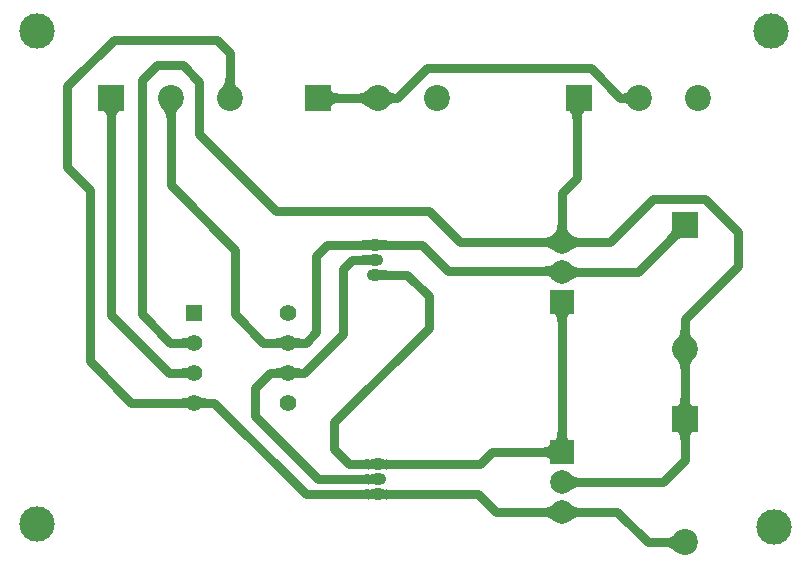
<source format=gbl>
%FSDAX24Y24*%
%MOIN*%
%SFA1B1*%

%IPPOS*%
%ADD10O,0.055118X0.039370*%
%ADD11C,0.086614*%
%ADD12R,0.086614X0.086614*%
%ADD13R,0.078740X0.078740*%
%ADD14C,0.078740*%
%ADD15R,0.086614X0.086614*%
%ADD16R,0.055118X0.055118*%
%ADD17C,0.055118*%
%ADD18C,0.118110*%
%ADD19C,0.030000*%
%LNpcb2-1*%
%LPD*%
G36*
X008220Y016484D02*
X008224Y016444D01*
X008232Y016406*
X008242Y016368*
X008256Y016332*
X008273Y016297*
X008293Y016263*
X008316Y016230*
X008342Y016198*
X008371Y016168*
X007765*
X007794Y016198*
X007820Y016230*
X007843Y016263*
X007863Y016297*
X007880Y016332*
X007894Y016368*
X007904Y016406*
X007912Y016444*
X007916Y016484*
X007918Y016525*
X008218*
X008220Y016484*
G37*
G36*
X021318Y015653D02*
X021311Y015664D01*
X021300Y015673*
X021285Y015681*
X021267Y015689*
X021246Y015695*
X021222Y015700*
X021194Y015704*
X021128Y015708*
X021090Y015709*
Y016009*
X021128Y016009*
X021194Y016014*
X021222Y016017*
X021246Y016022*
X021267Y016028*
X021285Y016036*
X021300Y016044*
X021311Y016053*
X021318Y016064*
Y015653*
G37*
G36*
X013362Y016101D02*
X013384Y016081D01*
X013408Y016064*
X013435Y016049*
X013466Y016037*
X013499Y016027*
X013534Y016019*
X013573Y016013*
X013614Y016010*
X013659Y016009*
Y015709*
X013614Y015707*
X013573Y015704*
X013534Y015698*
X013499Y015690*
X013466Y015680*
X013435Y015668*
X013408Y015653*
X013384Y015636*
X013362Y015617*
X013343Y015595*
X013039Y015859*
X013343Y016122*
X013362Y016101*
G37*
G36*
X011465Y016130D02*
X011474Y016105D01*
X011489Y016082*
X011510Y016063*
X011537Y016046*
X011570Y016033*
X011609Y016022*
X011654Y016015*
X011706Y016010*
X011763Y016009*
Y015709*
X011706Y015707*
X011654Y015703*
X011609Y015695*
X011570Y015685*
X011537Y015671*
X011510Y015655*
X011489Y015635*
X011474Y015613*
X011465Y015587*
X011462Y015559*
Y016159*
X011465Y016130*
G37*
G36*
X013039Y015859D02*
X012690Y015555D01*
X012660Y015585*
X012628Y015611*
X012595Y015634*
X012561Y015653*
X012526Y015670*
X012490Y015684*
X012452Y015695*
X012414Y015702*
X012374Y015707*
X012333Y015709*
Y016009*
X012374Y016010*
X012414Y016015*
X012452Y016022*
X012490Y016033*
X012526Y016047*
X012561Y016064*
X012595Y016084*
X012628Y016107*
X012660Y016133*
X012690Y016162*
X013039Y015859*
G37*
G36*
X006374Y015519D02*
X006348Y015487D01*
X006325Y015454*
X006305Y015420*
X006288Y015385*
X006274Y015349*
X006263Y015311*
X006256Y015273*
X006251Y015233*
X006250Y015192*
X005950*
X005948Y015233*
X005943Y015273*
X005936Y015311*
X005925Y015349*
X005911Y015385*
X005894Y015420*
X005874Y015454*
X005851Y015487*
X005825Y015519*
X005796Y015549*
X006403*
X006374Y015519*
G37*
G36*
X019921Y015424D02*
X019895Y015415D01*
X019873Y015400*
X019854Y015379*
X019837Y015352*
X019824Y015319*
X019813Y015280*
X019805Y015235*
X019801Y015184*
X019800Y015127*
X019500*
X019498Y015184*
X019494Y015235*
X019486Y015280*
X019475Y015319*
X019462Y015352*
X019445Y015379*
X019426Y015400*
X019404Y015415*
X019378Y015424*
X019350Y015427*
X019950*
X019921Y015424*
G37*
G36*
X004402D02*
X004377Y015415D01*
X004355Y015400*
X004335Y015379*
X004319Y015352*
X004305Y015319*
X004295Y015280*
X004287Y015235*
X004282Y015184*
X004281Y015127*
X003981*
X003980Y015184*
X003975Y015235*
X003967Y015280*
X003957Y015319*
X003943Y015352*
X003927Y015379*
X003907Y015400*
X003885Y015415*
X003860Y015424*
X003831Y015427*
X004431*
X004402Y015424*
G37*
G36*
X019301Y011620D02*
X019305Y011583D01*
X019311Y011548*
X019320Y011514*
X019331Y011481*
X019345Y011450*
X019361Y011420*
X019380Y011392*
X019401Y011365*
X019425Y011340*
X018874*
X018898Y011365*
X018919Y011392*
X018938Y011420*
X018954Y011450*
X018968Y011481*
X018979Y011514*
X018988Y011548*
X018994Y011583*
X018998Y011620*
X019000Y011659*
X019300*
X019301Y011620*
G37*
G36*
X023242Y011186D02*
X023219Y011203D01*
X023191Y011211*
X023159*
X023123Y011203*
X023083Y011186*
X023038Y011160*
X022989Y011126*
X022936Y011084*
X022818Y010974*
X022605Y011186*
X022665Y011247*
X022758Y011358*
X022792Y011406*
X022818Y011451*
X022835Y011491*
X022843Y011527*
Y011559*
X022835Y011587*
X022818Y011610*
X023242Y011186*
G37*
G36*
X012722Y010788D02*
X012714Y010792D01*
X012700Y010795*
X012681Y010798*
X012657Y010801*
X012604Y010804*
Y010788*
X012596Y010792*
X012582Y010795*
X012563Y010798*
X012539Y010801*
X012432Y010807*
X012277Y010809*
Y011109*
X012334Y011109*
X012596Y011125*
X012604Y011129*
Y011118*
X012714Y011125*
X012722Y011129*
Y010788*
G37*
G36*
X013203Y011125D02*
X013217Y011122D01*
X013236Y011119*
X013260Y011116*
X013367Y011110*
X013522Y011109*
Y010809*
X013465Y010808*
X013203Y010792*
X013195Y010788*
Y010799*
X013085Y010792*
X013077Y010788*
Y011129*
X013085Y011125*
X013099Y011122*
X013118Y011119*
X013142Y011116*
X013195Y011113*
Y011129*
X013203Y011125*
G37*
G36*
X019456Y011310D02*
X019483Y011289D01*
X019511Y011270*
X019541Y011254*
X019572Y011240*
X019605Y011229*
X019639Y011220*
X019674Y011214*
X019711Y011210*
X019750Y011209*
Y010909*
X019711Y010907*
X019674Y010904*
X019639Y010897*
X019605Y010888*
X019572Y010877*
X019541Y010863*
X019511Y010847*
X019483Y010828*
X019456Y010807*
X019431Y010783*
Y011334*
X019456Y011310*
G37*
G36*
X018868Y010783D02*
X018843Y010807D01*
X018816Y010828*
X018788Y010847*
X018758Y010863*
X018727Y010877*
X018694Y010888*
X018660Y010897*
X018625Y010904*
X018588Y010907*
X018549Y010909*
Y011209*
X018588Y011210*
X018625Y011214*
X018660Y011220*
X018694Y011229*
X018727Y011240*
X018758Y011254*
X018788Y011270*
X018816Y011289*
X018843Y011310*
X018868Y011334*
Y010783*
G37*
G36*
X012722Y010288D02*
X012714Y010292D01*
X012700Y010295*
X012681Y010298*
X012657Y010301*
X012604Y010304*
Y010288*
X012596Y010292*
X012582Y010295*
X012563Y010298*
X012539Y010301*
X012432Y010307*
X012277Y010309*
Y010609*
X012334Y010609*
X012596Y010625*
X012604Y010629*
Y010618*
X012714Y010625*
X012722Y010629*
Y010288*
G37*
G36*
X013203Y010125D02*
X013217Y010122D01*
X013236Y010119*
X013260Y010116*
X013367Y010110*
X013522Y010109*
Y009809*
X013465Y009808*
X013203Y009792*
X013195Y009788*
Y009799*
X013085Y009792*
X013077Y009788*
Y010129*
X013085Y010125*
X013099Y010122*
X013118Y010119*
X013142Y010116*
X013195Y010113*
Y010129*
X013203Y010125*
G37*
G36*
X018841Y009814D02*
X018819Y009840D01*
X018794Y009863*
X018768Y009883*
X018740Y009901*
X018711Y009916*
X018679Y009928*
X018646Y009937*
X018611Y009944*
X018574Y009948*
X018535Y009950*
X018569Y010250*
X018607Y010251*
X018644Y010254*
X018680Y010260*
X018715Y010267*
X018748Y010278*
X018781Y010290*
X018812Y010305*
X018842Y010321*
X018871Y010341*
X018899Y010362*
X018841Y009814*
G37*
G36*
X019456Y010310D02*
X019483Y010289D01*
X019511Y010270*
X019541Y010254*
X019572Y010240*
X019605Y010229*
X019639Y010220*
X019674Y010214*
X019711Y010210*
X019750Y010209*
Y009909*
X019711Y009907*
X019674Y009904*
X019639Y009897*
X019605Y009888*
X019572Y009877*
X019541Y009863*
X019511Y009847*
X019483Y009828*
X019456Y009807*
X019431Y009783*
Y010334*
X019456Y010310*
G37*
G36*
X019421Y008663D02*
X019395Y008654D01*
X019373Y008639*
X019354Y008618*
X019337Y008591*
X019324Y008558*
X019313Y008519*
X019305Y008474*
X019301Y008423*
X019300Y008366*
X019000*
X018998Y008423*
X018994Y008474*
X018986Y008519*
X018975Y008558*
X018962Y008591*
X018945Y008618*
X018926Y008639*
X018904Y008654*
X018878Y008663*
X018850Y008666*
X019450*
X019421Y008663*
G37*
G36*
X023401Y008125D02*
X023406Y008085D01*
X023413Y008047*
X023424Y008009*
X023438Y007973*
X023455Y007938*
X023475Y007904*
X023498Y007871*
X023524Y007839*
X023553Y007809*
X022946*
X022975Y007839*
X023001Y007871*
X023024Y007904*
X023044Y007938*
X023061Y007973*
X023075Y008009*
X023086Y008047*
X023093Y008085*
X023098Y008125*
X023100Y008166*
X023400*
X023401Y008125*
G37*
G36*
X010219Y007893D02*
X010231Y007886D01*
X010245Y007880*
X010261Y007874*
X010280Y007869*
X010301Y007865*
X010325Y007862*
X010379Y007859*
X010409Y007859*
Y007559*
X010379Y007558*
X010301Y007552*
X010280Y007548*
X010261Y007543*
X010245Y007538*
X010231Y007531*
X010219Y007524*
X010209Y007516*
Y007901*
X010219Y007893*
G37*
G36*
X009816Y007516D02*
X009806Y007524D01*
X009794Y007531*
X009780Y007538*
X009764Y007543*
X009745Y007548*
X009724Y007552*
X009700Y007555*
X009646Y007558*
X009616Y007559*
Y007859*
X009646Y007859*
X009724Y007865*
X009745Y007869*
X009764Y007874*
X009780Y007880*
X009794Y007886*
X009806Y007893*
X009816Y007901*
Y007516*
G37*
G36*
X006690D02*
X006680Y007524D01*
X006668Y007531*
X006654Y007538*
X006638Y007543*
X006619Y007548*
X006598Y007552*
X006574Y007555*
X006520Y007558*
X006490Y007559*
Y007859*
X006520Y007859*
X006598Y007865*
X006619Y007869*
X006638Y007874*
X006654Y007880*
X006668Y007886*
X006680Y007893*
X006690Y007901*
Y007516*
G37*
G36*
X023524Y007160D02*
X023498Y007128D01*
X023475Y007095*
X023455Y007061*
X023438Y007026*
X023424Y006990*
X023413Y006952*
X023406Y006914*
X023401Y006874*
X023400Y006833*
X023100*
X023098Y006874*
X023093Y006914*
X023086Y006952*
X023075Y006990*
X023061Y007026*
X023044Y007061*
X023024Y007095*
X023001Y007128*
X022975Y007160*
X022946Y007190*
X023553*
X023524Y007160*
G37*
G36*
X010219Y006893D02*
X010231Y006886D01*
X010245Y006880*
X010261Y006874*
X010280Y006869*
X010301Y006865*
X010325Y006862*
X010379Y006859*
X010409Y006859*
Y006559*
X010379Y006558*
X010301Y006552*
X010280Y006548*
X010261Y006543*
X010245Y006538*
X010231Y006531*
X010219Y006524*
X010209Y006516*
Y006901*
X010219Y006893*
G37*
G36*
X009816Y006516D02*
X009806Y006524D01*
X009794Y006531*
X009780Y006538*
X009764Y006543*
X009745Y006548*
X009724Y006552*
X009700Y006555*
X009646Y006558*
X009616Y006559*
Y006859*
X009646Y006859*
X009724Y006865*
X009745Y006869*
X009764Y006874*
X009780Y006880*
X009794Y006886*
X009806Y006893*
X009816Y006901*
Y006516*
G37*
G36*
X006690D02*
X006680Y006524D01*
X006668Y006531*
X006654Y006538*
X006638Y006543*
X006619Y006548*
X006598Y006552*
X006574Y006555*
X006520Y006558*
X006490Y006559*
Y006859*
X006520Y006859*
X006598Y006865*
X006619Y006869*
X006638Y006874*
X006654Y006880*
X006668Y006886*
X006680Y006893*
X006690Y006901*
Y006516*
G37*
G36*
X023401Y005842D02*
X023405Y005791D01*
X023413Y005746*
X023424Y005707*
X023437Y005674*
X023454Y005646*
X023473Y005625*
X023495Y005610*
X023521Y005601*
X023550Y005598*
X022950*
X022978Y005601*
X023004Y005610*
X023026Y005625*
X023045Y005646*
X023062Y005674*
X023075Y005707*
X023086Y005746*
X023094Y005791*
X023098Y005842*
X023100Y005900*
X023400*
X023401Y005842*
G37*
G36*
X007093Y005893D02*
X007105Y005886D01*
X007119Y005880*
X007135Y005874*
X007154Y005869*
X007175Y005865*
X007199Y005862*
X007253Y005859*
X007283Y005859*
Y005559*
X007253Y005558*
X007175Y005552*
X007154Y005548*
X007135Y005543*
X007119Y005538*
X007105Y005531*
X007093Y005524*
X007083Y005516*
X006887Y005709*
X007083Y005901*
X007093Y005893*
G37*
G36*
X006887Y005709D02*
X006690Y005516D01*
X006680Y005524*
X006668Y005531*
X006654Y005538*
X006638Y005543*
X006619Y005548*
X006598Y005552*
X006520Y005558*
X006490Y005559*
Y005859*
X006520Y005859*
X006574Y005862*
X006598Y005865*
X006619Y005869*
X006638Y005874*
X006654Y005880*
X006668Y005886*
X006680Y005893*
X006690Y005901*
X006887Y005709*
G37*
G36*
X019301Y004698D02*
X019305Y004647D01*
X019313Y004601*
X019324Y004562*
X019337Y004529*
X019354Y004502*
X019373Y004481*
X019395Y004466*
X019421Y004457*
X019450Y004454*
X018850*
X018878Y004457*
X018904Y004466*
X018926Y004481*
X018945Y004502*
X018962Y004529*
X018975Y004562*
X018986Y004601*
X018994Y004647*
X018998Y004698*
X019000Y004755*
X019300*
X019301Y004698*
G37*
G36*
X023521Y004733D02*
X023495Y004724D01*
X023473Y004709*
X023454Y004688*
X023437Y004661*
X023424Y004628*
X023413Y004589*
X023405Y004544*
X023401Y004493*
X023400Y004436*
X023100*
X023098Y004493*
X023094Y004544*
X023086Y004589*
X023075Y004628*
X023062Y004661*
X023045Y004688*
X023026Y004709*
X023004Y004724*
X022978Y004733*
X022950Y004736*
X023550*
X023521Y004733*
G37*
G36*
X012822Y003479D02*
X012814Y003483D01*
X012800Y003486*
X012781Y003489*
X012757Y003492*
X012704Y003495*
Y003479*
X012696Y003483*
X012682Y003486*
X012663Y003489*
X012639Y003492*
X012532Y003498*
X012377Y003500*
Y003800*
X012434Y003800*
X012696Y003816*
X012704Y003820*
Y003809*
X012814Y003816*
X012822Y003820*
Y003479*
G37*
G36*
X013303Y003816D02*
X013317Y003813D01*
X013336Y003810*
X013360Y003807*
X013467Y003801*
X013622Y003800*
Y003500*
X013565Y003499*
X013303Y003483*
X013295Y003479*
Y003490*
X013185Y003483*
X013177Y003479*
Y003820*
X013185Y003816*
X013199Y003813*
X013218Y003810*
X013242Y003807*
X013295Y003804*
Y003820*
X013303Y003816*
G37*
G36*
X018758Y003762D02*
X018755Y003791D01*
X018746Y003817*
X018731Y003839*
X018710Y003858*
X018683Y003875*
X018650Y003888*
X018611Y003899*
X018565Y003907*
X018514Y003911*
X018457Y003912*
Y004212*
X018514Y004214*
X018565Y004218*
X018611Y004226*
X018650Y004237*
X018683Y004250*
X018710Y004267*
X018731Y004286*
X018746Y004308*
X018755Y004334*
X018758Y004362*
Y003762*
G37*
G36*
X012822Y002979D02*
X012814Y002983D01*
X012800Y002986*
X012781Y002989*
X012757Y002992*
X012704Y002995*
Y002979*
X012696Y002983*
X012682Y002986*
X012663Y002989*
X012639Y002992*
X012532Y002998*
X012377Y003000*
Y003300*
X012434Y003300*
X012696Y003316*
X012704Y003320*
Y003309*
X012814Y003316*
X012822Y003320*
Y002979*
G37*
G36*
Y002479D02*
X012814Y002483D01*
X012800Y002486*
X012781Y002489*
X012757Y002492*
X012704Y002495*
Y002479*
X012696Y002483*
X012682Y002486*
X012663Y002489*
X012639Y002492*
X012532Y002498*
X012377Y002500*
Y002800*
X012434Y002800*
X012696Y002816*
X012704Y002820*
Y002809*
X012814Y002816*
X012822Y002820*
Y002479*
G37*
G36*
X013303Y002816D02*
X013317Y002813D01*
X013336Y002810*
X013360Y002807*
X013467Y002801*
X013622Y002800*
Y002500*
X013565Y002499*
X013303Y002483*
X013295Y002479*
Y002490*
X013185Y002483*
X013177Y002479*
Y002820*
X013185Y002816*
X013199Y002813*
X013218Y002810*
X013242Y002807*
X013295Y002804*
Y002820*
X013303Y002816*
G37*
G36*
X019456Y003310D02*
X019483Y003289D01*
X019511Y003270*
X019541Y003254*
X019572Y003240*
X019605Y003229*
X019639Y003220*
X019674Y003214*
X019711Y003210*
X019750Y003209*
Y002909*
X019711Y002907*
X019674Y002904*
X019639Y002897*
X019605Y002888*
X019572Y002877*
X019541Y002863*
X019511Y002847*
X019483Y002828*
X019456Y002807*
X019431Y002783*
Y003334*
X019456Y003310*
G37*
G36*
Y002306D02*
X019483Y002285D01*
X019511Y002266*
X019541Y002250*
X019572Y002236*
X019605Y002225*
X019639Y002216*
X019674Y002210*
X019711Y002206*
X019750Y002205*
Y001905*
X019711Y001903*
X019674Y001900*
X019639Y001893*
X019605Y001885*
X019572Y001873*
X019541Y001859*
X019511Y001843*
X019483Y001824*
X019456Y001803*
X019431Y001779*
Y002330*
X019456Y002306*
G37*
G36*
X018868Y001779D02*
X018843Y001803D01*
X018816Y001824*
X018788Y001843*
X018758Y001859*
X018727Y001873*
X018694Y001885*
X018660Y001893*
X018625Y001900*
X018588Y001903*
X018549Y001905*
Y002205*
X018588Y002206*
X018625Y002210*
X018660Y002216*
X018694Y002225*
X018727Y002236*
X018758Y002250*
X018788Y002266*
X018816Y002285*
X018843Y002306*
X018868Y002330*
Y001779*
G37*
G36*
X022940Y000746D02*
X022910Y000775D01*
X022878Y000801*
X022845Y000824*
X022811Y000844*
X022776Y000861*
X022740Y000875*
X022702Y000886*
X022664Y000893*
X022624Y000898*
X022583Y000900*
Y001200*
X022624Y001201*
X022664Y001206*
X022702Y001213*
X022740Y001224*
X022776Y001238*
X022811Y001255*
X022845Y001275*
X022878Y001298*
X022910Y001324*
X022940Y001353*
Y000746*
G37*
G54D10*
X012900Y010959D03*
Y010459D03*
Y009959D03*
X013000Y003650D03*
Y003150D03*
Y002650D03*
G54D11*
X014968Y015859D03*
X013000D03*
X021700D03*
X023668D03*
X006100D03*
X008068D03*
X023250Y001050D03*
Y007500D03*
G54D12*
X011031Y015859D03*
X019731D03*
X004131D03*
G54D13*
X019150Y004062D03*
Y009059D03*
G54D14*
X019150Y003059D03*
Y002055D03*
Y010059D03*
Y011059D03*
G54D15*
X023250Y005168D03*
Y011618D03*
G54D16*
X006887Y008709D03*
G54D17*
X006887Y007709D03*
Y006709D03*
Y005709D03*
X010012D03*
Y006709D03*
Y007709D03*
Y008709D03*
G54D18*
X026200Y001550D03*
X001650Y001650D03*
Y018100D03*
X026100D03*
G54D19*
X011550Y004150D02*
Y005050D01*
X014700Y008200D02*
Y009250D01*
X011550Y005050D02*
X014700Y008200D01*
X013000Y003650D02*
X016400D01*
X012050D02*
X013000D01*
X011550Y004150D02*
X012050Y003650D01*
X013990Y009959D02*
X014700Y009250D01*
X012900Y009959D02*
X013990D01*
X019150Y010059D02*
X021690D01*
X023250Y011618*
X012900Y010959D02*
X014490D01*
X015350Y010100*
X019109*
X016350Y002650D02*
X016950Y002050D01*
X017700D02*
X017705Y002055D01*
X016950Y002050D02*
X017700D01*
X017705Y002055D02*
X019150D01*
X013000Y002650D02*
X016350D01*
X010600D02*
X013000D01*
X007540Y005709D02*
X010600Y002650D01*
X008900Y005259D02*
X011009Y003150D01*
X013000*
X008900Y005259D02*
Y006200D01*
X016400Y003650D02*
X016812Y004062D01*
X019150*
X011850Y008000D02*
Y010150D01*
X010559Y006709D02*
X011850Y008000D01*
X010012Y006709D02*
X010559D01*
X009409D02*
X010012D01*
X010950Y008050D02*
Y010600D01*
X010012Y007709D02*
X010609D01*
X010950Y010600D02*
X011309Y010959D01*
X010609Y007709D02*
X010950Y008050D01*
X011850Y010150D02*
X012159Y010459D01*
X012900*
X011309Y010959D02*
X012900D01*
X009190Y007709D02*
X010012D01*
X008250Y008650D02*
Y010800D01*
Y008650D02*
X009190Y007709D01*
X006100Y012950D02*
X008250Y010800D01*
X008900Y006200D02*
X009409Y006709D01*
X006090Y007709D02*
X006887D01*
X005150Y008650D02*
X006090Y007709D01*
X004790Y005709D02*
X007540D01*
X004131Y008618D02*
Y015859D01*
X004200Y017800D02*
X007650D01*
X008068Y017381*
Y015859D02*
Y017381D01*
X020750Y011059D02*
X022190Y012500D01*
X023900D02*
X025000Y011400D01*
X022190Y012500D02*
X023900D01*
X025000Y010250D02*
Y011400D01*
X023250Y008500D02*
X025000Y010250D01*
X023250Y007500D02*
Y008500D01*
X019150Y003059D02*
X022509D01*
X023250Y003800*
Y005168*
X022000Y001050D02*
X023250D01*
X020994Y002055D02*
X022000Y001050D01*
X019150Y002055D02*
X020994D01*
X019150Y004062D02*
Y009059D01*
X019650Y013200D02*
Y015777D01*
X019731Y015859*
X019150Y012700D02*
X019650Y013200D01*
X019150Y011059D02*
Y012700D01*
X014700Y012100D02*
X015740Y011059D01*
X019150*
X011031Y015859D02*
X013659D01*
X014650Y016850D02*
X020100D01*
X013659Y015859D02*
X014650Y016850D01*
X021090Y015859D02*
X021700D01*
X020100Y016850D02*
X021090Y015859D01*
X006831Y007764D02*
X006887Y007709D01*
X005650Y016950D02*
X006500D01*
X007050Y014650D02*
Y016400D01*
X006500Y016950D02*
X007050Y016400D01*
X005150Y008650D02*
Y016450D01*
X005650Y016950*
X002650Y016250D02*
X004200Y017800D01*
X019109Y010100D02*
X019150Y010059D01*
Y011059D02*
X020750D01*
X023250Y005168D02*
Y007500D01*
X007050Y014650D02*
X009600Y012100D01*
X014700*
X003400Y007100D02*
Y012800D01*
X006040Y006709D02*
X006887D01*
X004131Y008618D02*
X006040Y006709D01*
X003400Y007100D02*
X004790Y005709D01*
X002650Y013550D02*
X003400Y012800D01*
X006100Y012950D02*
Y015859D01*
X002650Y013550D02*
Y016250D01*
M02*
</source>
